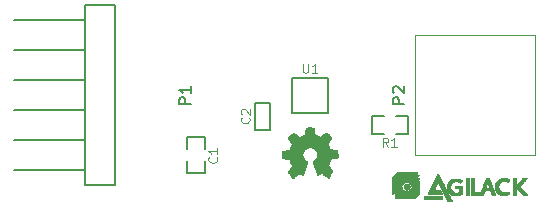
<source format=gto>
G04 #@! TF.FileFunction,Legend,Top*
%FSLAX46Y46*%
G04 Gerber Fmt 4.6, Leading zero omitted, Abs format (unit mm)*
G04 Created by KiCad (PCBNEW 4.0.2+dfsg1-stable) date ven. 15 mars 2019 11:09:51 CET*
%MOMM*%
G01*
G04 APERTURE LIST*
%ADD10C,0.100000*%
%ADD11C,0.150000*%
%ADD12C,0.127000*%
%ADD13C,0.101600*%
%ADD14C,0.027940*%
G04 APERTURE END LIST*
D10*
D11*
X123450000Y-98650000D02*
X129450000Y-98650000D01*
X123450000Y-101190000D02*
X129450000Y-101190000D01*
X123450000Y-103730000D02*
X129450000Y-103730000D01*
X123450000Y-106270000D02*
X129450000Y-106270000D01*
X123450000Y-108810000D02*
X129450000Y-108810000D01*
X123450000Y-111350000D02*
X129450000Y-111350000D01*
X131990000Y-112620000D02*
X131990000Y-97380000D01*
X131990000Y-97380000D02*
X129450000Y-97380000D01*
X129450000Y-97380000D02*
X129450000Y-112620000D01*
X131990000Y-112620000D02*
X129450000Y-112620000D01*
D12*
X139592000Y-110588000D02*
X139592000Y-111604000D01*
X139592000Y-111604000D02*
X138068000Y-111604000D01*
X138068000Y-111604000D02*
X138068000Y-110588000D01*
X138068000Y-109572000D02*
X138068000Y-108556000D01*
X138068000Y-108556000D02*
X139592000Y-108556000D01*
X139592000Y-108556000D02*
X139592000Y-109572000D01*
X145145000Y-105597000D02*
X145145000Y-107883000D01*
X145145000Y-107883000D02*
X143875000Y-107883000D01*
X143875000Y-107883000D02*
X143875000Y-105597000D01*
X143875000Y-105597000D02*
X145145000Y-105597000D01*
X154742000Y-108302000D02*
X153726000Y-108302000D01*
X153726000Y-108302000D02*
X153726000Y-106778000D01*
X153726000Y-106778000D02*
X154742000Y-106778000D01*
X155758000Y-106778000D02*
X156774000Y-106778000D01*
X156774000Y-106778000D02*
X156774000Y-108302000D01*
X156774000Y-108302000D02*
X155758000Y-108302000D01*
D13*
X167550000Y-99920000D02*
X157390000Y-99920000D01*
X157390000Y-99920000D02*
X157390000Y-110080000D01*
X157390000Y-110080000D02*
X167550000Y-110080000D01*
X167550000Y-110080000D02*
X167550000Y-99920000D01*
D14*
X148334900Y-107688600D02*
X148588900Y-107688600D01*
X148182500Y-107714000D02*
X148817500Y-107714000D01*
X148182500Y-107739400D02*
X148817500Y-107739400D01*
X148157100Y-107764800D02*
X148842900Y-107764800D01*
X148157100Y-107790200D02*
X148842900Y-107790200D01*
X148157100Y-107815600D02*
X148842900Y-107815600D01*
X148157100Y-107841000D02*
X148842900Y-107841000D01*
X148157100Y-107866400D02*
X148842900Y-107866400D01*
X148157100Y-107891800D02*
X148842900Y-107891800D01*
X148131700Y-107917200D02*
X148868300Y-107917200D01*
X148131700Y-107942600D02*
X148868300Y-107942600D01*
X148131700Y-107968000D02*
X148868300Y-107968000D01*
X148131700Y-107993400D02*
X148868300Y-107993400D01*
X148131700Y-108018800D02*
X148868300Y-108018800D01*
X148106300Y-108044200D02*
X148868300Y-108044200D01*
X148106300Y-108069600D02*
X148893700Y-108069600D01*
X148106300Y-108095000D02*
X148893700Y-108095000D01*
X148106300Y-108120400D02*
X148893700Y-108120400D01*
X148106300Y-108145800D02*
X148893700Y-108145800D01*
X147064900Y-108171200D02*
X147141100Y-108171200D01*
X148106300Y-108171200D02*
X148893700Y-108171200D01*
X149833500Y-108171200D02*
X149935100Y-108171200D01*
X147039500Y-108196600D02*
X147166500Y-108196600D01*
X148080900Y-108196600D02*
X148893700Y-108196600D01*
X149782700Y-108196600D02*
X149960500Y-108196600D01*
X147014100Y-108222000D02*
X147217300Y-108222000D01*
X148080900Y-108222000D02*
X148893700Y-108222000D01*
X149757300Y-108222000D02*
X149985900Y-108222000D01*
X146963300Y-108247400D02*
X147242700Y-108247400D01*
X148080900Y-108247400D02*
X148919100Y-108247400D01*
X149706500Y-108247400D02*
X150036700Y-108247400D01*
X146937900Y-108272800D02*
X147293500Y-108272800D01*
X148080900Y-108272800D02*
X148919100Y-108272800D01*
X149681100Y-108272800D02*
X150062100Y-108272800D01*
X146912500Y-108298200D02*
X147318900Y-108298200D01*
X148080900Y-108298200D02*
X148919100Y-108298200D01*
X149630300Y-108298200D02*
X150087500Y-108298200D01*
X146887100Y-108323600D02*
X147344300Y-108323600D01*
X148055500Y-108323600D02*
X148919100Y-108323600D01*
X149604900Y-108323600D02*
X150112900Y-108323600D01*
X146861700Y-108349000D02*
X147395100Y-108349000D01*
X147979300Y-108349000D02*
X149020700Y-108349000D01*
X149554100Y-108349000D02*
X150138300Y-108349000D01*
X146836300Y-108374400D02*
X147420500Y-108374400D01*
X147903100Y-108374400D02*
X149096900Y-108374400D01*
X149528700Y-108374400D02*
X150163700Y-108374400D01*
X146810900Y-108399800D02*
X147471300Y-108399800D01*
X147826900Y-108399800D02*
X149147700Y-108399800D01*
X149477900Y-108399800D02*
X150189100Y-108399800D01*
X146785500Y-108425200D02*
X147496700Y-108425200D01*
X147776100Y-108425200D02*
X149223900Y-108425200D01*
X149452500Y-108425200D02*
X150214500Y-108425200D01*
X146760100Y-108450600D02*
X147522100Y-108450600D01*
X147725300Y-108450600D02*
X149274700Y-108450600D01*
X149427100Y-108450600D02*
X150239900Y-108450600D01*
X146734700Y-108476000D02*
X147572900Y-108476000D01*
X147674500Y-108476000D02*
X149325500Y-108476000D01*
X149376300Y-108476000D02*
X150265300Y-108476000D01*
X146709300Y-108501400D02*
X147598300Y-108501400D01*
X147623700Y-108501400D02*
X150290700Y-108501400D01*
X146683900Y-108526800D02*
X150290700Y-108526800D01*
X146683900Y-108552200D02*
X150316100Y-108552200D01*
X146658500Y-108577600D02*
X150316100Y-108577600D01*
X146658500Y-108603000D02*
X150316100Y-108603000D01*
X146683900Y-108628400D02*
X150316100Y-108628400D01*
X146683900Y-108653800D02*
X150290700Y-108653800D01*
X146709300Y-108679200D02*
X150290700Y-108679200D01*
X146734700Y-108704600D02*
X150265300Y-108704600D01*
X146734700Y-108730000D02*
X150239900Y-108730000D01*
X146760100Y-108755400D02*
X150214500Y-108755400D01*
X146785500Y-108780800D02*
X150214500Y-108780800D01*
X146810900Y-108806200D02*
X150189100Y-108806200D01*
X146810900Y-108831600D02*
X150163700Y-108831600D01*
X146836300Y-108857000D02*
X150163700Y-108857000D01*
X146861700Y-108882400D02*
X150138300Y-108882400D01*
X146861700Y-108907800D02*
X150112900Y-108907800D01*
X146887100Y-108933200D02*
X150087500Y-108933200D01*
X146912500Y-108958600D02*
X150087500Y-108958600D01*
X146912500Y-108984000D02*
X150062100Y-108984000D01*
X146937900Y-109009400D02*
X150036700Y-109009400D01*
X146963300Y-109034800D02*
X150011300Y-109034800D01*
X146963300Y-109060200D02*
X150011300Y-109060200D01*
X146988700Y-109085600D02*
X149985900Y-109085600D01*
X146988700Y-109111000D02*
X149985900Y-109111000D01*
X146988700Y-109136400D02*
X150011300Y-109136400D01*
X146963300Y-109161800D02*
X150036700Y-109161800D01*
X146963300Y-109187200D02*
X150036700Y-109187200D01*
X146937900Y-109212600D02*
X150062100Y-109212600D01*
X146937900Y-109238000D02*
X150062100Y-109238000D01*
X146912500Y-109263400D02*
X150087500Y-109263400D01*
X146912500Y-109288800D02*
X150087500Y-109288800D01*
X146887100Y-109314200D02*
X150112900Y-109314200D01*
X146887100Y-109339600D02*
X150112900Y-109339600D01*
X146861700Y-109365000D02*
X150112900Y-109365000D01*
X146861700Y-109390400D02*
X148385700Y-109390400D01*
X148614300Y-109390400D02*
X150138300Y-109390400D01*
X146861700Y-109415800D02*
X148309500Y-109415800D01*
X148690500Y-109415800D02*
X150138300Y-109415800D01*
X146836300Y-109441200D02*
X148233300Y-109441200D01*
X148766700Y-109441200D02*
X150163700Y-109441200D01*
X146836300Y-109466600D02*
X148182500Y-109466600D01*
X148817500Y-109466600D02*
X150163700Y-109466600D01*
X146836300Y-109492000D02*
X148157100Y-109492000D01*
X148842900Y-109492000D02*
X150163700Y-109492000D01*
X146810900Y-109517400D02*
X148106300Y-109517400D01*
X148893700Y-109517400D02*
X150189100Y-109517400D01*
X146810900Y-109542800D02*
X148080900Y-109542800D01*
X148919100Y-109542800D02*
X150265300Y-109542800D01*
X146810900Y-109568200D02*
X148055500Y-109568200D01*
X148944500Y-109568200D02*
X150417700Y-109568200D01*
X146785500Y-109593600D02*
X148030100Y-109593600D01*
X148969900Y-109593600D02*
X150544700Y-109593600D01*
X146633100Y-109619000D02*
X148004700Y-109619000D01*
X148995300Y-109619000D02*
X150697100Y-109619000D01*
X146480700Y-109644400D02*
X148004700Y-109644400D01*
X148995300Y-109644400D02*
X150798700Y-109644400D01*
X146328300Y-109669800D02*
X147979300Y-109669800D01*
X149020700Y-109669800D02*
X150798700Y-109669800D01*
X146201300Y-109695200D02*
X147953900Y-109695200D01*
X149046100Y-109695200D02*
X150824100Y-109695200D01*
X146175900Y-109720600D02*
X147953900Y-109720600D01*
X149046100Y-109720600D02*
X150824100Y-109720600D01*
X146175900Y-109746000D02*
X147928500Y-109746000D01*
X149071500Y-109746000D02*
X150824100Y-109746000D01*
X146175900Y-109771400D02*
X147928500Y-109771400D01*
X149071500Y-109771400D02*
X150824100Y-109771400D01*
X146175900Y-109796800D02*
X147903100Y-109796800D01*
X149096900Y-109796800D02*
X150824100Y-109796800D01*
X146175900Y-109822200D02*
X147903100Y-109822200D01*
X149096900Y-109822200D02*
X150824100Y-109822200D01*
X146175900Y-109847600D02*
X147903100Y-109847600D01*
X149096900Y-109847600D02*
X150824100Y-109847600D01*
X146175900Y-109873000D02*
X147903100Y-109873000D01*
X149122300Y-109873000D02*
X150824100Y-109873000D01*
X146175900Y-109898400D02*
X147877700Y-109898400D01*
X149122300Y-109898400D02*
X150824100Y-109898400D01*
X146175900Y-109923800D02*
X147877700Y-109923800D01*
X149122300Y-109923800D02*
X150849500Y-109923800D01*
X146150500Y-109949200D02*
X147877700Y-109949200D01*
X149122300Y-109949200D02*
X150849500Y-109949200D01*
X146150500Y-109974600D02*
X147877700Y-109974600D01*
X149122300Y-109974600D02*
X150849500Y-109974600D01*
X146150500Y-110000000D02*
X147877700Y-110000000D01*
X149122300Y-110000000D02*
X150849500Y-110000000D01*
X146150500Y-110025400D02*
X147877700Y-110025400D01*
X149122300Y-110025400D02*
X150849500Y-110025400D01*
X146150500Y-110050800D02*
X147877700Y-110050800D01*
X149122300Y-110050800D02*
X150849500Y-110050800D01*
X146150500Y-110076200D02*
X147877700Y-110076200D01*
X149122300Y-110076200D02*
X150849500Y-110076200D01*
X146150500Y-110101600D02*
X147877700Y-110101600D01*
X149122300Y-110101600D02*
X150849500Y-110101600D01*
X146150500Y-110127000D02*
X147877700Y-110127000D01*
X149122300Y-110127000D02*
X150849500Y-110127000D01*
X146150500Y-110152400D02*
X147903100Y-110152400D01*
X149122300Y-110152400D02*
X150849500Y-110152400D01*
X146175900Y-110177800D02*
X147903100Y-110177800D01*
X149096900Y-110177800D02*
X150849500Y-110177800D01*
X146175900Y-110203200D02*
X147903100Y-110203200D01*
X149096900Y-110203200D02*
X150824100Y-110203200D01*
X146175900Y-110228600D02*
X147928500Y-110228600D01*
X149096900Y-110228600D02*
X150824100Y-110228600D01*
X146175900Y-110254000D02*
X147928500Y-110254000D01*
X149071500Y-110254000D02*
X150824100Y-110254000D01*
X146175900Y-110279400D02*
X147928500Y-110279400D01*
X149071500Y-110279400D02*
X150798700Y-110279400D01*
X146175900Y-110304800D02*
X147953900Y-110304800D01*
X149046100Y-110304800D02*
X150646300Y-110304800D01*
X146277500Y-110330200D02*
X147979300Y-110330200D01*
X149046100Y-110330200D02*
X150493900Y-110330200D01*
X146404500Y-110355600D02*
X147979300Y-110355600D01*
X149020700Y-110355600D02*
X150316100Y-110355600D01*
X146556900Y-110381000D02*
X148004700Y-110381000D01*
X148995300Y-110381000D02*
X150214500Y-110381000D01*
X146683900Y-110406400D02*
X148030100Y-110406400D01*
X148969900Y-110406400D02*
X150214500Y-110406400D01*
X146785500Y-110431800D02*
X148055500Y-110431800D01*
X148969900Y-110431800D02*
X150214500Y-110431800D01*
X146810900Y-110457200D02*
X148055500Y-110457200D01*
X148944500Y-110457200D02*
X150189100Y-110457200D01*
X146810900Y-110482600D02*
X148106300Y-110482600D01*
X148893700Y-110482600D02*
X150189100Y-110482600D01*
X146810900Y-110508000D02*
X148131700Y-110508000D01*
X148868300Y-110508000D02*
X150189100Y-110508000D01*
X146810900Y-110533400D02*
X148157100Y-110533400D01*
X148842900Y-110533400D02*
X150189100Y-110533400D01*
X146836300Y-110558800D02*
X148207900Y-110558800D01*
X148792100Y-110558800D02*
X150163700Y-110558800D01*
X146836300Y-110584200D02*
X148258700Y-110584200D01*
X148741300Y-110584200D02*
X150163700Y-110584200D01*
X146836300Y-110609600D02*
X148284100Y-110609600D01*
X148741300Y-110609600D02*
X150163700Y-110609600D01*
X146861700Y-110635000D02*
X148284100Y-110635000D01*
X148741300Y-110635000D02*
X150138300Y-110635000D01*
X146861700Y-110660400D02*
X148284100Y-110660400D01*
X148741300Y-110660400D02*
X150138300Y-110660400D01*
X146861700Y-110685800D02*
X148258700Y-110685800D01*
X148766700Y-110685800D02*
X150112900Y-110685800D01*
X146887100Y-110711200D02*
X148258700Y-110711200D01*
X148766700Y-110711200D02*
X150112900Y-110711200D01*
X146887100Y-110736600D02*
X148258700Y-110736600D01*
X148766700Y-110736600D02*
X150112900Y-110736600D01*
X146912500Y-110762000D02*
X148233300Y-110762000D01*
X148792100Y-110762000D02*
X150087500Y-110762000D01*
X146912500Y-110787400D02*
X148233300Y-110787400D01*
X148792100Y-110787400D02*
X150087500Y-110787400D01*
X146937900Y-110812800D02*
X148207900Y-110812800D01*
X148817500Y-110812800D02*
X150062100Y-110812800D01*
X146937900Y-110838200D02*
X148207900Y-110838200D01*
X148817500Y-110838200D02*
X150062100Y-110838200D01*
X146963300Y-110863600D02*
X148207900Y-110863600D01*
X148817500Y-110863600D02*
X150036700Y-110863600D01*
X146963300Y-110889000D02*
X148182500Y-110889000D01*
X148842900Y-110889000D02*
X150062100Y-110889000D01*
X146988700Y-110914400D02*
X148182500Y-110914400D01*
X148842900Y-110914400D02*
X150062100Y-110914400D01*
X146988700Y-110939800D02*
X148182500Y-110939800D01*
X148868300Y-110939800D02*
X150087500Y-110939800D01*
X146988700Y-110965200D02*
X148157100Y-110965200D01*
X148868300Y-110965200D02*
X150112900Y-110965200D01*
X146988700Y-110990600D02*
X148157100Y-110990600D01*
X148868300Y-110990600D02*
X150138300Y-110990600D01*
X146963300Y-111016000D02*
X148157100Y-111016000D01*
X148893700Y-111016000D02*
X150138300Y-111016000D01*
X146937900Y-111041400D02*
X148131700Y-111041400D01*
X148893700Y-111041400D02*
X150163700Y-111041400D01*
X146912500Y-111066800D02*
X148131700Y-111066800D01*
X148893700Y-111066800D02*
X150189100Y-111066800D01*
X146912500Y-111092200D02*
X148131700Y-111092200D01*
X148919100Y-111092200D02*
X150189100Y-111092200D01*
X146887100Y-111117600D02*
X148106300Y-111117600D01*
X148919100Y-111117600D02*
X150214500Y-111117600D01*
X146861700Y-111143000D02*
X148106300Y-111143000D01*
X148944500Y-111143000D02*
X150239900Y-111143000D01*
X146836300Y-111168400D02*
X148106300Y-111168400D01*
X148944500Y-111168400D02*
X150239900Y-111168400D01*
X146836300Y-111193800D02*
X148080900Y-111193800D01*
X148944500Y-111193800D02*
X150265300Y-111193800D01*
X146810900Y-111219200D02*
X148080900Y-111219200D01*
X148969900Y-111219200D02*
X150290700Y-111219200D01*
X146785500Y-111244600D02*
X148055500Y-111244600D01*
X148969900Y-111244600D02*
X150290700Y-111244600D01*
X146785500Y-111270000D02*
X148055500Y-111270000D01*
X148995300Y-111270000D02*
X150316100Y-111270000D01*
X146760100Y-111295400D02*
X148055500Y-111295400D01*
X148995300Y-111295400D02*
X150341500Y-111295400D01*
X146734700Y-111320800D02*
X148030100Y-111320800D01*
X148995300Y-111320800D02*
X150366900Y-111320800D01*
X146709300Y-111346200D02*
X148030100Y-111346200D01*
X149020700Y-111346200D02*
X150366900Y-111346200D01*
X146709300Y-111371600D02*
X148030100Y-111371600D01*
X149020700Y-111371600D02*
X150392300Y-111371600D01*
X146683900Y-111397000D02*
X148004700Y-111397000D01*
X149046100Y-111397000D02*
X150392300Y-111397000D01*
X146658500Y-111422400D02*
X148004700Y-111422400D01*
X149046100Y-111422400D02*
X150392300Y-111422400D01*
X146658500Y-111447800D02*
X148004700Y-111447800D01*
X149046100Y-111447800D02*
X150366900Y-111447800D01*
X146658500Y-111473200D02*
X147979300Y-111473200D01*
X149071500Y-111473200D02*
X150341500Y-111473200D01*
X146658500Y-111498600D02*
X147979300Y-111498600D01*
X149071500Y-111498600D02*
X150316100Y-111498600D01*
X146683900Y-111524000D02*
X147979300Y-111524000D01*
X149071500Y-111524000D02*
X150290700Y-111524000D01*
X146709300Y-111549400D02*
X147953900Y-111549400D01*
X149096900Y-111549400D02*
X150290700Y-111549400D01*
X146734700Y-111574800D02*
X147953900Y-111574800D01*
X149096900Y-111574800D02*
X149452500Y-111574800D01*
X149503300Y-111574800D02*
X150265300Y-111574800D01*
X146760100Y-111600200D02*
X147953900Y-111600200D01*
X149122300Y-111600200D02*
X149376300Y-111600200D01*
X149579500Y-111600200D02*
X150239900Y-111600200D01*
X146785500Y-111625600D02*
X147547500Y-111625600D01*
X147674500Y-111625600D02*
X147928500Y-111625600D01*
X149122300Y-111625600D02*
X149325500Y-111625600D01*
X149604900Y-111625600D02*
X150214500Y-111625600D01*
X146810900Y-111651000D02*
X147496700Y-111651000D01*
X147750700Y-111651000D02*
X147928500Y-111651000D01*
X149122300Y-111651000D02*
X149274700Y-111651000D01*
X149630300Y-111651000D02*
X150189100Y-111651000D01*
X146836300Y-111676400D02*
X147445900Y-111676400D01*
X147801500Y-111676400D02*
X147903100Y-111676400D01*
X149147700Y-111676400D02*
X149223900Y-111676400D01*
X149655700Y-111676400D02*
X150214500Y-111676400D01*
X146861700Y-111701800D02*
X147420500Y-111701800D01*
X147852300Y-111701800D02*
X147903100Y-111701800D01*
X149147700Y-111701800D02*
X149173100Y-111701800D01*
X149655700Y-111701800D02*
X150214500Y-111701800D01*
X146887100Y-111727200D02*
X147369700Y-111727200D01*
X149706500Y-111727200D02*
X150214500Y-111727200D01*
X146912500Y-111752600D02*
X147344300Y-111752600D01*
X149731900Y-111752600D02*
X150214500Y-111752600D01*
X146912500Y-111778000D02*
X147293500Y-111778000D01*
X149757300Y-111778000D02*
X150214500Y-111778000D01*
X146912500Y-111803400D02*
X147268100Y-111803400D01*
X149808100Y-111803400D02*
X150214500Y-111803400D01*
X146912500Y-111828800D02*
X147242700Y-111828800D01*
X149858900Y-111828800D02*
X150189100Y-111828800D01*
X146937900Y-111854200D02*
X147217300Y-111854200D01*
X149909700Y-111854200D02*
X150189100Y-111854200D01*
X146937900Y-111879600D02*
X147191900Y-111879600D01*
X149935100Y-111879600D02*
X150163700Y-111879600D01*
X146963300Y-111905000D02*
X147191900Y-111905000D01*
X149960500Y-111905000D02*
X150163700Y-111905000D01*
X146988700Y-111930400D02*
X147166500Y-111930400D01*
X149985900Y-111930400D02*
X150138300Y-111930400D01*
X147014100Y-111955800D02*
X147166500Y-111955800D01*
X150011300Y-111955800D02*
X150112900Y-111955800D01*
X147039500Y-111981200D02*
X147141100Y-111981200D01*
X150036700Y-111981200D02*
X150087500Y-111981200D01*
X147064900Y-112006600D02*
X147141100Y-112006600D01*
X155936440Y-111464920D02*
X157587440Y-111464920D01*
X155911040Y-111490320D02*
X157587440Y-111490320D01*
X155885640Y-111515720D02*
X157587440Y-111515720D01*
X155860240Y-111541120D02*
X157587440Y-111541120D01*
X155834840Y-111566520D02*
X157587440Y-111566520D01*
X155809440Y-111591920D02*
X157587440Y-111591920D01*
X155784040Y-111617320D02*
X157587440Y-111617320D01*
X159314640Y-111617320D02*
X159340040Y-111617320D01*
X155758640Y-111642720D02*
X156063440Y-111642720D01*
X159289240Y-111642720D02*
X159365440Y-111642720D01*
X155733240Y-111668120D02*
X156038040Y-111668120D01*
X159289240Y-111668120D02*
X159365440Y-111668120D01*
X155707840Y-111693520D02*
X156012640Y-111693520D01*
X159263840Y-111693520D02*
X159390840Y-111693520D01*
X155682440Y-111718920D02*
X155987240Y-111718920D01*
X156063440Y-111718920D02*
X157739840Y-111718920D01*
X159263840Y-111718920D02*
X159390840Y-111718920D01*
X155657040Y-111744320D02*
X155961840Y-111744320D01*
X156038040Y-111744320D02*
X157739840Y-111744320D01*
X159238440Y-111744320D02*
X159416240Y-111744320D01*
X155631640Y-111769720D02*
X155936440Y-111769720D01*
X156012640Y-111769720D02*
X157689040Y-111769720D01*
X159238440Y-111769720D02*
X159416240Y-111769720D01*
X155606240Y-111795120D02*
X155911040Y-111795120D01*
X155987240Y-111795120D02*
X157663640Y-111795120D01*
X159213040Y-111795120D02*
X159441640Y-111795120D01*
X155580840Y-111820520D02*
X155885640Y-111820520D01*
X155961840Y-111820520D02*
X157638240Y-111820520D01*
X159213040Y-111820520D02*
X159441640Y-111820520D01*
X155555440Y-111845920D02*
X155860240Y-111845920D01*
X155936440Y-111845920D02*
X157612840Y-111845920D01*
X159187640Y-111845920D02*
X159467040Y-111845920D01*
X155530040Y-111871320D02*
X155834840Y-111871320D01*
X155911040Y-111871320D02*
X157587440Y-111871320D01*
X159187640Y-111871320D02*
X159467040Y-111871320D01*
X155504640Y-111896720D02*
X155809440Y-111896720D01*
X155885640Y-111896720D02*
X157562040Y-111896720D01*
X159162240Y-111896720D02*
X159492440Y-111896720D01*
X155479240Y-111922120D02*
X155784040Y-111922120D01*
X155860240Y-111922120D02*
X157536640Y-111922120D01*
X159162240Y-111922120D02*
X159492440Y-111922120D01*
X155453840Y-111947520D02*
X155758640Y-111947520D01*
X155834840Y-111947520D02*
X157511240Y-111947520D01*
X157663640Y-111947520D02*
X157739840Y-111947520D01*
X159136840Y-111947520D02*
X159517840Y-111947520D01*
X155428440Y-111972920D02*
X155733240Y-111972920D01*
X155809440Y-111972920D02*
X157485840Y-111972920D01*
X157663640Y-111972920D02*
X157739840Y-111972920D01*
X159136840Y-111972920D02*
X159517840Y-111972920D01*
X155428440Y-111998320D02*
X155710000Y-111998320D01*
X155784040Y-111998320D02*
X157460440Y-111998320D01*
X157612840Y-111998320D02*
X157739840Y-111998320D01*
X159111440Y-111998320D02*
X159543240Y-111998320D01*
X155428440Y-112023720D02*
X155680000Y-112023720D01*
X155758640Y-112023720D02*
X157435040Y-112023720D01*
X157587440Y-112023720D02*
X157739840Y-112023720D01*
X159111440Y-112023720D02*
X159543240Y-112023720D01*
X161702240Y-112023720D02*
X161956240Y-112023720D01*
X162134040Y-112023720D02*
X162388040Y-112023720D01*
X163404040Y-112023720D02*
X163683440Y-112023720D01*
X164699440Y-112023720D02*
X165156640Y-112023720D01*
X165715440Y-112023720D02*
X165969440Y-112023720D01*
X166502840Y-112023720D02*
X166858440Y-112023720D01*
X155428440Y-112049120D02*
X155657040Y-112049120D01*
X155733240Y-112049120D02*
X157409640Y-112049120D01*
X157562040Y-112049120D02*
X157739840Y-112049120D01*
X159086040Y-112049120D02*
X159568640Y-112049120D01*
X160635440Y-112049120D02*
X161067240Y-112049120D01*
X161702240Y-112049120D02*
X161956240Y-112049120D01*
X162134040Y-112049120D02*
X162388040Y-112049120D01*
X163378640Y-112049120D02*
X163683440Y-112049120D01*
X164623240Y-112049120D02*
X165258240Y-112049120D01*
X165715440Y-112049120D02*
X165969440Y-112049120D01*
X166477440Y-112049120D02*
X166833040Y-112049120D01*
X155428440Y-112074520D02*
X155640000Y-112074520D01*
X155707840Y-112074520D02*
X157384240Y-112074520D01*
X157536640Y-112074520D02*
X157739840Y-112074520D01*
X159086040Y-112074520D02*
X159568640Y-112074520D01*
X160533840Y-112074520D02*
X161143440Y-112074520D01*
X161702240Y-112074520D02*
X161956240Y-112074520D01*
X162134040Y-112074520D02*
X162388040Y-112074520D01*
X163378640Y-112074520D02*
X163708840Y-112074520D01*
X164572440Y-112074520D02*
X165309040Y-112074520D01*
X165715440Y-112074520D02*
X165969440Y-112074520D01*
X166452040Y-112074520D02*
X166807640Y-112074520D01*
X155428440Y-112099920D02*
X155620000Y-112099920D01*
X155682440Y-112099920D02*
X157358840Y-112099920D01*
X157511240Y-112099920D02*
X157739840Y-112099920D01*
X159060640Y-112099920D02*
X159594040Y-112099920D01*
X160483040Y-112099920D02*
X161219640Y-112099920D01*
X161702240Y-112099920D02*
X161956240Y-112099920D01*
X162134040Y-112099920D02*
X162388040Y-112099920D01*
X163378640Y-112099920D02*
X163708840Y-112099920D01*
X164521640Y-112099920D02*
X165359840Y-112099920D01*
X165715440Y-112099920D02*
X165969440Y-112099920D01*
X166426640Y-112099920D02*
X166782240Y-112099920D01*
X155428440Y-112125320D02*
X155606240Y-112125320D01*
X155682440Y-112125320D02*
X157333440Y-112125320D01*
X157485840Y-112125320D02*
X157689040Y-112125320D01*
X159060640Y-112125320D02*
X159594040Y-112125320D01*
X160432240Y-112125320D02*
X161270440Y-112125320D01*
X161702240Y-112125320D02*
X161956240Y-112125320D01*
X162134040Y-112125320D02*
X162388040Y-112125320D01*
X163353240Y-112125320D02*
X163708840Y-112125320D01*
X164470840Y-112125320D02*
X165359840Y-112125320D01*
X165715440Y-112125320D02*
X165969440Y-112125320D01*
X166401240Y-112125320D02*
X166756840Y-112125320D01*
X155428440Y-112150720D02*
X155606240Y-112150720D01*
X155682440Y-112150720D02*
X157308040Y-112150720D01*
X157460440Y-112150720D02*
X157663640Y-112150720D01*
X159035240Y-112150720D02*
X159619440Y-112150720D01*
X160406840Y-112150720D02*
X161321240Y-112150720D01*
X161702240Y-112150720D02*
X161956240Y-112150720D01*
X162134040Y-112150720D02*
X162388040Y-112150720D01*
X163353240Y-112150720D02*
X163734240Y-112150720D01*
X164445440Y-112150720D02*
X165359840Y-112150720D01*
X165715440Y-112150720D02*
X165969440Y-112150720D01*
X166375840Y-112150720D02*
X166731440Y-112150720D01*
X155428440Y-112176120D02*
X155606240Y-112176120D01*
X155682440Y-112176120D02*
X157282640Y-112176120D01*
X157435040Y-112176120D02*
X157638240Y-112176120D01*
X159035240Y-112176120D02*
X159619440Y-112176120D01*
X160356040Y-112176120D02*
X161346640Y-112176120D01*
X161702240Y-112176120D02*
X161956240Y-112176120D01*
X162134040Y-112176120D02*
X162388040Y-112176120D01*
X163353240Y-112176120D02*
X163734240Y-112176120D01*
X164394640Y-112176120D02*
X165334440Y-112176120D01*
X165715440Y-112176120D02*
X165969440Y-112176120D01*
X166350440Y-112176120D02*
X166706040Y-112176120D01*
X155428440Y-112201520D02*
X155606240Y-112201520D01*
X155682440Y-112201520D02*
X157257240Y-112201520D01*
X157409640Y-112201520D02*
X157612840Y-112201520D01*
X159009840Y-112201520D02*
X159644840Y-112201520D01*
X160330640Y-112201520D02*
X161346640Y-112201520D01*
X161702240Y-112201520D02*
X161956240Y-112201520D01*
X162134040Y-112201520D02*
X162388040Y-112201520D01*
X163327840Y-112201520D02*
X163759640Y-112201520D01*
X164369240Y-112201520D02*
X165334440Y-112201520D01*
X165715440Y-112201520D02*
X165969440Y-112201520D01*
X166350440Y-112201520D02*
X166680640Y-112201520D01*
X155428440Y-112226920D02*
X155606240Y-112226920D01*
X155682440Y-112226920D02*
X157231840Y-112226920D01*
X157384240Y-112226920D02*
X157587440Y-112226920D01*
X159009840Y-112226920D02*
X159644840Y-112226920D01*
X160305240Y-112226920D02*
X161346640Y-112226920D01*
X161702240Y-112226920D02*
X161956240Y-112226920D01*
X162134040Y-112226920D02*
X162388040Y-112226920D01*
X163327840Y-112226920D02*
X163759640Y-112226920D01*
X164343840Y-112226920D02*
X165309040Y-112226920D01*
X165715440Y-112226920D02*
X165969440Y-112226920D01*
X166325040Y-112226920D02*
X166655240Y-112226920D01*
X155428440Y-112252320D02*
X155606240Y-112252320D01*
X155682440Y-112252320D02*
X157206440Y-112252320D01*
X157358840Y-112252320D02*
X157562040Y-112252320D01*
X157689040Y-112252320D02*
X157739840Y-112252320D01*
X158984440Y-112252320D02*
X159670240Y-112252320D01*
X160279840Y-112252320D02*
X161321240Y-112252320D01*
X161702240Y-112252320D02*
X161956240Y-112252320D01*
X162134040Y-112252320D02*
X162388040Y-112252320D01*
X163327840Y-112252320D02*
X163759640Y-112252320D01*
X164343840Y-112252320D02*
X165309040Y-112252320D01*
X165715440Y-112252320D02*
X165969440Y-112252320D01*
X166299640Y-112252320D02*
X166629840Y-112252320D01*
X155428440Y-112277720D02*
X155606240Y-112277720D01*
X155682440Y-112277720D02*
X157181040Y-112277720D01*
X157333440Y-112277720D02*
X157536640Y-112277720D01*
X157663640Y-112277720D02*
X157739840Y-112277720D01*
X158984440Y-112277720D02*
X159670240Y-112277720D01*
X160254440Y-112277720D02*
X161295840Y-112277720D01*
X161702240Y-112277720D02*
X161956240Y-112277720D01*
X162134040Y-112277720D02*
X162388040Y-112277720D01*
X163302440Y-112277720D02*
X163785040Y-112277720D01*
X164318440Y-112277720D02*
X164775640Y-112277720D01*
X165131240Y-112277720D02*
X165309040Y-112277720D01*
X165715440Y-112277720D02*
X165969440Y-112277720D01*
X166274240Y-112277720D02*
X166604440Y-112277720D01*
X155428440Y-112303120D02*
X155606240Y-112303120D01*
X155682440Y-112303120D02*
X157155640Y-112303120D01*
X157308040Y-112303120D02*
X157511240Y-112303120D01*
X157638240Y-112303120D02*
X157739840Y-112303120D01*
X158959040Y-112303120D02*
X159314640Y-112303120D01*
X159340040Y-112303120D02*
X159695640Y-112303120D01*
X160254440Y-112303120D02*
X160711640Y-112303120D01*
X161016440Y-112303120D02*
X161295840Y-112303120D01*
X161702240Y-112303120D02*
X161956240Y-112303120D01*
X162134040Y-112303120D02*
X162388040Y-112303120D01*
X163302440Y-112303120D02*
X163785040Y-112303120D01*
X164293040Y-112303120D02*
X164724840Y-112303120D01*
X165207440Y-112303120D02*
X165283640Y-112303120D01*
X165715440Y-112303120D02*
X165969440Y-112303120D01*
X166248840Y-112303120D02*
X166579040Y-112303120D01*
X155428440Y-112328520D02*
X155606240Y-112328520D01*
X155682440Y-112328520D02*
X156596840Y-112328520D01*
X156800040Y-112328520D02*
X157130240Y-112328520D01*
X157282640Y-112328520D02*
X157485840Y-112328520D01*
X157612840Y-112328520D02*
X157739840Y-112328520D01*
X158959040Y-112328520D02*
X159314640Y-112328520D01*
X159340040Y-112328520D02*
X159695640Y-112328520D01*
X160229040Y-112328520D02*
X160635440Y-112328520D01*
X161118040Y-112328520D02*
X161270440Y-112328520D01*
X161702240Y-112328520D02*
X161956240Y-112328520D01*
X162134040Y-112328520D02*
X162388040Y-112328520D01*
X163277040Y-112328520D02*
X163785040Y-112328520D01*
X164267640Y-112328520D02*
X164674040Y-112328520D01*
X165715440Y-112328520D02*
X165969440Y-112328520D01*
X166223440Y-112328520D02*
X166579040Y-112328520D01*
X155428440Y-112353920D02*
X155606240Y-112353920D01*
X155682440Y-112353920D02*
X156520640Y-112353920D01*
X156876240Y-112353920D02*
X157104840Y-112353920D01*
X157257240Y-112353920D02*
X157460440Y-112353920D01*
X157587440Y-112353920D02*
X157739840Y-112353920D01*
X158933640Y-112353920D02*
X159289240Y-112353920D01*
X159365440Y-112353920D02*
X159721040Y-112353920D01*
X160203640Y-112353920D02*
X160610040Y-112353920D01*
X161168840Y-112353920D02*
X161270440Y-112353920D01*
X161702240Y-112353920D02*
X161956240Y-112353920D01*
X162134040Y-112353920D02*
X162388040Y-112353920D01*
X163277040Y-112353920D02*
X163810440Y-112353920D01*
X164267640Y-112353920D02*
X164623240Y-112353920D01*
X165715440Y-112353920D02*
X165969440Y-112353920D01*
X166198040Y-112353920D02*
X166553640Y-112353920D01*
X155428440Y-112379320D02*
X155606240Y-112379320D01*
X155682440Y-112379320D02*
X156495240Y-112379320D01*
X156927040Y-112379320D02*
X157079440Y-112379320D01*
X157231840Y-112379320D02*
X157435040Y-112379320D01*
X157562040Y-112379320D02*
X157739840Y-112379320D01*
X158933640Y-112379320D02*
X159289240Y-112379320D01*
X159365440Y-112379320D02*
X159721040Y-112379320D01*
X160203640Y-112379320D02*
X160559240Y-112379320D01*
X161219640Y-112379320D02*
X161245040Y-112379320D01*
X161702240Y-112379320D02*
X161956240Y-112379320D01*
X162134040Y-112379320D02*
X162388040Y-112379320D01*
X163277040Y-112379320D02*
X163531040Y-112379320D01*
X163556440Y-112379320D02*
X163810440Y-112379320D01*
X164242240Y-112379320D02*
X164597840Y-112379320D01*
X165715440Y-112379320D02*
X165969440Y-112379320D01*
X166172640Y-112379320D02*
X166528240Y-112379320D01*
X155428440Y-112404720D02*
X155606240Y-112404720D01*
X155682440Y-112404720D02*
X156444440Y-112404720D01*
X156952440Y-112404720D02*
X157054040Y-112404720D01*
X157206440Y-112404720D02*
X157409640Y-112404720D01*
X157536640Y-112404720D02*
X157739840Y-112404720D01*
X158908240Y-112404720D02*
X159263840Y-112404720D01*
X159390840Y-112404720D02*
X159746440Y-112404720D01*
X160178240Y-112404720D02*
X160533840Y-112404720D01*
X161702240Y-112404720D02*
X161956240Y-112404720D01*
X162134040Y-112404720D02*
X162388040Y-112404720D01*
X163251640Y-112404720D02*
X163505640Y-112404720D01*
X163556440Y-112404720D02*
X163835840Y-112404720D01*
X164242240Y-112404720D02*
X164572440Y-112404720D01*
X165715440Y-112404720D02*
X165969440Y-112404720D01*
X166172640Y-112404720D02*
X166502840Y-112404720D01*
X155428440Y-112430120D02*
X155606240Y-112430120D01*
X155682440Y-112430120D02*
X156419040Y-112430120D01*
X156977840Y-112430120D02*
X157028640Y-112430120D01*
X157181040Y-112430120D02*
X157384240Y-112430120D01*
X157511240Y-112430120D02*
X157739840Y-112430120D01*
X158908240Y-112430120D02*
X159263840Y-112430120D01*
X159390840Y-112430120D02*
X159746440Y-112430120D01*
X160178240Y-112430120D02*
X160508440Y-112430120D01*
X161702240Y-112430120D02*
X161956240Y-112430120D01*
X162134040Y-112430120D02*
X162388040Y-112430120D01*
X163251640Y-112430120D02*
X163505640Y-112430120D01*
X163556440Y-112430120D02*
X163835840Y-112430120D01*
X164216840Y-112430120D02*
X164547040Y-112430120D01*
X165715440Y-112430120D02*
X165969440Y-112430120D01*
X166147240Y-112430120D02*
X166477440Y-112430120D01*
X155428440Y-112455520D02*
X155606240Y-112455520D01*
X155682440Y-112455520D02*
X156393640Y-112455520D01*
X156622240Y-112455520D02*
X156800040Y-112455520D01*
X157003240Y-112455520D02*
X157028640Y-112455520D01*
X157155640Y-112455520D02*
X157358840Y-112455520D01*
X157485840Y-112455520D02*
X157739840Y-112455520D01*
X158882840Y-112455520D02*
X159263840Y-112455520D01*
X159416240Y-112455520D02*
X159771840Y-112455520D01*
X160152840Y-112455520D02*
X160483040Y-112455520D01*
X161702240Y-112455520D02*
X161956240Y-112455520D01*
X162134040Y-112455520D02*
X162388040Y-112455520D01*
X163251640Y-112455520D02*
X163505640Y-112455520D01*
X163581840Y-112455520D02*
X163835840Y-112455520D01*
X164216840Y-112455520D02*
X164547040Y-112455520D01*
X165715440Y-112455520D02*
X165969440Y-112455520D01*
X166121840Y-112455520D02*
X166452040Y-112455520D01*
X155428440Y-112480920D02*
X155606240Y-112480920D01*
X155682440Y-112480920D02*
X156368240Y-112480920D01*
X156571440Y-112480920D02*
X156850840Y-112480920D01*
X157130240Y-112480920D02*
X157333440Y-112480920D01*
X157460440Y-112480920D02*
X157739840Y-112480920D01*
X158882840Y-112480920D02*
X159238440Y-112480920D01*
X159416240Y-112480920D02*
X159771840Y-112480920D01*
X160152840Y-112480920D02*
X160457640Y-112480920D01*
X161702240Y-112480920D02*
X161956240Y-112480920D01*
X162134040Y-112480920D02*
X162388040Y-112480920D01*
X163226240Y-112480920D02*
X163480240Y-112480920D01*
X163581840Y-112480920D02*
X163861240Y-112480920D01*
X164216840Y-112480920D02*
X164521640Y-112480920D01*
X165715440Y-112480920D02*
X165969440Y-112480920D01*
X166096440Y-112480920D02*
X166426640Y-112480920D01*
X155428440Y-112506320D02*
X155606240Y-112506320D01*
X155682440Y-112506320D02*
X156342840Y-112506320D01*
X156546040Y-112506320D02*
X156876240Y-112506320D01*
X157104840Y-112506320D02*
X157308040Y-112506320D01*
X157435040Y-112506320D02*
X157739840Y-112506320D01*
X158857440Y-112506320D02*
X159238440Y-112506320D01*
X159441640Y-112506320D02*
X159797240Y-112506320D01*
X160152840Y-112506320D02*
X160457640Y-112506320D01*
X161702240Y-112506320D02*
X161956240Y-112506320D01*
X162134040Y-112506320D02*
X162388040Y-112506320D01*
X163226240Y-112506320D02*
X163480240Y-112506320D01*
X163581840Y-112506320D02*
X163861240Y-112506320D01*
X164216840Y-112506320D02*
X164521640Y-112506320D01*
X165715440Y-112506320D02*
X165969440Y-112506320D01*
X166071040Y-112506320D02*
X166401240Y-112506320D01*
X155428440Y-112531720D02*
X155606240Y-112531720D01*
X155682440Y-112531720D02*
X156317440Y-112531720D01*
X156520640Y-112531720D02*
X156901640Y-112531720D01*
X157104840Y-112531720D02*
X157282640Y-112531720D01*
X157409640Y-112531720D02*
X157739840Y-112531720D01*
X158857440Y-112531720D02*
X159213040Y-112531720D01*
X159441640Y-112531720D02*
X159822640Y-112531720D01*
X160152840Y-112531720D02*
X160432240Y-112531720D01*
X161702240Y-112531720D02*
X161956240Y-112531720D01*
X162134040Y-112531720D02*
X162388040Y-112531720D01*
X163200840Y-112531720D02*
X163480240Y-112531720D01*
X163607240Y-112531720D02*
X163861240Y-112531720D01*
X164191440Y-112531720D02*
X164496240Y-112531720D01*
X165715440Y-112531720D02*
X165969440Y-112531720D01*
X166045640Y-112531720D02*
X166375840Y-112531720D01*
X155428440Y-112557120D02*
X155606240Y-112557120D01*
X155682440Y-112557120D02*
X156292040Y-112557120D01*
X156495240Y-112557120D02*
X156927040Y-112557120D01*
X157104840Y-112557120D02*
X157257240Y-112557120D01*
X157384240Y-112557120D02*
X157739840Y-112557120D01*
X158832040Y-112557120D02*
X159213040Y-112557120D01*
X159467040Y-112557120D02*
X159822640Y-112557120D01*
X160127440Y-112557120D02*
X160432240Y-112557120D01*
X161702240Y-112557120D02*
X161956240Y-112557120D01*
X162134040Y-112557120D02*
X162388040Y-112557120D01*
X163200840Y-112557120D02*
X163454840Y-112557120D01*
X163607240Y-112557120D02*
X163886640Y-112557120D01*
X164191440Y-112557120D02*
X164496240Y-112557120D01*
X165715440Y-112557120D02*
X165969440Y-112557120D01*
X166020240Y-112557120D02*
X166350440Y-112557120D01*
X155428440Y-112582520D02*
X155606240Y-112582520D01*
X155682440Y-112582520D02*
X156266640Y-112582520D01*
X156495240Y-112582520D02*
X156927040Y-112582520D01*
X157104840Y-112582520D02*
X157206440Y-112582520D01*
X157358840Y-112582520D02*
X157739840Y-112582520D01*
X158832040Y-112582520D02*
X159187640Y-112582520D01*
X159467040Y-112582520D02*
X159848040Y-112582520D01*
X160127440Y-112582520D02*
X160432240Y-112582520D01*
X161702240Y-112582520D02*
X161956240Y-112582520D01*
X162134040Y-112582520D02*
X162388040Y-112582520D01*
X163200840Y-112582520D02*
X163454840Y-112582520D01*
X163607240Y-112582520D02*
X163886640Y-112582520D01*
X164191440Y-112582520D02*
X164470840Y-112582520D01*
X165715440Y-112582520D02*
X165969440Y-112582520D01*
X165994840Y-112582520D02*
X166325040Y-112582520D01*
X155428440Y-112607920D02*
X155606240Y-112607920D01*
X155682440Y-112607920D02*
X156241240Y-112607920D01*
X156469840Y-112607920D02*
X156927040Y-112607920D01*
X157104840Y-112607920D02*
X157181040Y-112607920D01*
X157333440Y-112607920D02*
X157739840Y-112607920D01*
X158806640Y-112607920D02*
X159187640Y-112607920D01*
X159492440Y-112607920D02*
X159848040Y-112607920D01*
X160127440Y-112607920D02*
X160406840Y-112607920D01*
X161702240Y-112607920D02*
X161956240Y-112607920D01*
X162134040Y-112607920D02*
X162388040Y-112607920D01*
X163175440Y-112607920D02*
X163454840Y-112607920D01*
X163632640Y-112607920D02*
X163886640Y-112607920D01*
X164191440Y-112607920D02*
X164470840Y-112607920D01*
X165715440Y-112607920D02*
X165969440Y-112607920D01*
X165994840Y-112607920D02*
X166299640Y-112607920D01*
X155428440Y-112633320D02*
X155606240Y-112633320D01*
X155682440Y-112633320D02*
X156215840Y-112633320D01*
X156469840Y-112633320D02*
X156952440Y-112633320D01*
X157104840Y-112633320D02*
X157155640Y-112633320D01*
X157308040Y-112633320D02*
X157739840Y-112633320D01*
X158806640Y-112633320D02*
X159162240Y-112633320D01*
X159492440Y-112633320D02*
X159873440Y-112633320D01*
X160127440Y-112633320D02*
X160406840Y-112633320D01*
X161702240Y-112633320D02*
X161956240Y-112633320D01*
X162134040Y-112633320D02*
X162388040Y-112633320D01*
X163175440Y-112633320D02*
X163429440Y-112633320D01*
X163632640Y-112633320D02*
X163912040Y-112633320D01*
X164191440Y-112633320D02*
X164470840Y-112633320D01*
X165715440Y-112633320D02*
X166274240Y-112633320D01*
X155428440Y-112658720D02*
X155606240Y-112658720D01*
X155682440Y-112658720D02*
X156190440Y-112658720D01*
X156469840Y-112658720D02*
X156952440Y-112658720D01*
X157104840Y-112658720D02*
X157130240Y-112658720D01*
X157282640Y-112658720D02*
X157739840Y-112658720D01*
X158781240Y-112658720D02*
X159162240Y-112658720D01*
X159517840Y-112658720D02*
X159873440Y-112658720D01*
X160127440Y-112658720D02*
X160406840Y-112658720D01*
X160762440Y-112658720D02*
X161397440Y-112658720D01*
X161702240Y-112658720D02*
X161956240Y-112658720D01*
X162134040Y-112658720D02*
X162388040Y-112658720D01*
X163175440Y-112658720D02*
X163429440Y-112658720D01*
X163632640Y-112658720D02*
X163912040Y-112658720D01*
X164191440Y-112658720D02*
X164470840Y-112658720D01*
X165715440Y-112658720D02*
X166248840Y-112658720D01*
X155428440Y-112684120D02*
X155606240Y-112684120D01*
X155682440Y-112684120D02*
X156165040Y-112684120D01*
X156469840Y-112684120D02*
X156952440Y-112684120D01*
X157257240Y-112684120D02*
X157739840Y-112684120D01*
X158781240Y-112684120D02*
X159136840Y-112684120D01*
X159517840Y-112684120D02*
X159898840Y-112684120D01*
X160127440Y-112684120D02*
X160406840Y-112684120D01*
X160762440Y-112684120D02*
X161397440Y-112684120D01*
X161702240Y-112684120D02*
X161956240Y-112684120D01*
X162134040Y-112684120D02*
X162388040Y-112684120D01*
X163150040Y-112684120D02*
X163429440Y-112684120D01*
X163658040Y-112684120D02*
X163937440Y-112684120D01*
X164191440Y-112684120D02*
X164470840Y-112684120D01*
X165715440Y-112684120D02*
X166248840Y-112684120D01*
X155428440Y-112709520D02*
X155606240Y-112709520D01*
X155682440Y-112709520D02*
X156139640Y-112709520D01*
X156469840Y-112709520D02*
X156952440Y-112709520D01*
X157231840Y-112709520D02*
X157739840Y-112709520D01*
X158755840Y-112709520D02*
X159136840Y-112709520D01*
X159543240Y-112709520D02*
X159898840Y-112709520D01*
X160127440Y-112709520D02*
X160406840Y-112709520D01*
X160762440Y-112709520D02*
X161397440Y-112709520D01*
X161702240Y-112709520D02*
X161956240Y-112709520D01*
X162134040Y-112709520D02*
X162388040Y-112709520D01*
X163150040Y-112709520D02*
X163404040Y-112709520D01*
X163658040Y-112709520D02*
X163937440Y-112709520D01*
X164191440Y-112709520D02*
X164470840Y-112709520D01*
X165715440Y-112709520D02*
X166274240Y-112709520D01*
X155428440Y-112734920D02*
X155606240Y-112734920D01*
X155682440Y-112734920D02*
X156114240Y-112734920D01*
X156292040Y-112734920D02*
X156317440Y-112734920D01*
X156469840Y-112734920D02*
X156952440Y-112734920D01*
X157206440Y-112734920D02*
X157739840Y-112734920D01*
X158755840Y-112734920D02*
X159111440Y-112734920D01*
X159543240Y-112734920D02*
X159924240Y-112734920D01*
X160127440Y-112734920D02*
X160406840Y-112734920D01*
X160762440Y-112734920D02*
X161397440Y-112734920D01*
X161702240Y-112734920D02*
X161956240Y-112734920D01*
X162134040Y-112734920D02*
X162388040Y-112734920D01*
X163150040Y-112734920D02*
X163404040Y-112734920D01*
X163658040Y-112734920D02*
X163937440Y-112734920D01*
X164191440Y-112734920D02*
X164470840Y-112734920D01*
X165715440Y-112734920D02*
X166299640Y-112734920D01*
X155428440Y-112760320D02*
X155606240Y-112760320D01*
X155682440Y-112760320D02*
X156088840Y-112760320D01*
X156266640Y-112760320D02*
X156317440Y-112760320D01*
X156469840Y-112760320D02*
X156952440Y-112760320D01*
X157181040Y-112760320D02*
X157739840Y-112760320D01*
X158730440Y-112760320D02*
X159111440Y-112760320D01*
X159568640Y-112760320D02*
X159924240Y-112760320D01*
X160127440Y-112760320D02*
X160406840Y-112760320D01*
X160762440Y-112760320D02*
X161397440Y-112760320D01*
X161702240Y-112760320D02*
X161956240Y-112760320D01*
X162134040Y-112760320D02*
X162388040Y-112760320D01*
X163124640Y-112760320D02*
X163404040Y-112760320D01*
X163683440Y-112760320D02*
X163962840Y-112760320D01*
X164191440Y-112760320D02*
X164470840Y-112760320D01*
X165715440Y-112760320D02*
X166325040Y-112760320D01*
X155428440Y-112785720D02*
X155606240Y-112785720D01*
X155682440Y-112785720D02*
X156063440Y-112785720D01*
X156241240Y-112785720D02*
X156317440Y-112785720D01*
X156469840Y-112785720D02*
X156952440Y-112785720D01*
X157155640Y-112785720D02*
X157739840Y-112785720D01*
X158730440Y-112785720D02*
X159111440Y-112785720D01*
X159568640Y-112785720D02*
X159949640Y-112785720D01*
X160127440Y-112785720D02*
X160406840Y-112785720D01*
X160762440Y-112785720D02*
X161397440Y-112785720D01*
X161702240Y-112785720D02*
X161956240Y-112785720D01*
X162134040Y-112785720D02*
X162388040Y-112785720D01*
X163124640Y-112785720D02*
X163378640Y-112785720D01*
X163683440Y-112785720D02*
X163962840Y-112785720D01*
X164191440Y-112785720D02*
X164470840Y-112785720D01*
X165715440Y-112785720D02*
X165969440Y-112785720D01*
X165994840Y-112785720D02*
X166325040Y-112785720D01*
X155428440Y-112811120D02*
X155606240Y-112811120D01*
X155682440Y-112811120D02*
X156038040Y-112811120D01*
X156215840Y-112811120D02*
X156317440Y-112811120D01*
X156469840Y-112811120D02*
X156927040Y-112811120D01*
X157130240Y-112811120D02*
X157739840Y-112811120D01*
X158705040Y-112811120D02*
X159086040Y-112811120D01*
X159594040Y-112811120D02*
X159949640Y-112811120D01*
X160127440Y-112811120D02*
X160406840Y-112811120D01*
X160762440Y-112811120D02*
X161397440Y-112811120D01*
X161702240Y-112811120D02*
X161956240Y-112811120D01*
X162134040Y-112811120D02*
X162388040Y-112811120D01*
X163099240Y-112811120D02*
X163378640Y-112811120D01*
X163683440Y-112811120D02*
X163962840Y-112811120D01*
X164191440Y-112811120D02*
X164470840Y-112811120D01*
X165715440Y-112811120D02*
X165969440Y-112811120D01*
X166020240Y-112811120D02*
X166350440Y-112811120D01*
X155428440Y-112836520D02*
X155606240Y-112836520D01*
X155682440Y-112836520D02*
X156012640Y-112836520D01*
X156190440Y-112836520D02*
X156317440Y-112836520D01*
X156495240Y-112836520D02*
X156927040Y-112836520D01*
X157104840Y-112836520D02*
X157739840Y-112836520D01*
X158705040Y-112836520D02*
X159086040Y-112836520D01*
X159594040Y-112836520D02*
X159975040Y-112836520D01*
X160127440Y-112836520D02*
X160406840Y-112836520D01*
X160762440Y-112836520D02*
X161397440Y-112836520D01*
X161702240Y-112836520D02*
X161956240Y-112836520D01*
X162134040Y-112836520D02*
X162388040Y-112836520D01*
X163099240Y-112836520D02*
X163988240Y-112836520D01*
X164191440Y-112836520D02*
X164470840Y-112836520D01*
X165715440Y-112836520D02*
X165969440Y-112836520D01*
X166045640Y-112836520D02*
X166375840Y-112836520D01*
X155428440Y-112861920D02*
X155606240Y-112861920D01*
X155682440Y-112861920D02*
X155987240Y-112861920D01*
X156165040Y-112861920D02*
X156317440Y-112861920D01*
X156495240Y-112861920D02*
X156901640Y-112861920D01*
X157079440Y-112861920D02*
X157739840Y-112861920D01*
X158679640Y-112861920D02*
X159060640Y-112861920D01*
X159619440Y-112861920D02*
X159975040Y-112861920D01*
X160127440Y-112861920D02*
X160406840Y-112861920D01*
X160762440Y-112861920D02*
X161397440Y-112861920D01*
X161702240Y-112861920D02*
X161956240Y-112861920D01*
X162134040Y-112861920D02*
X162388040Y-112861920D01*
X163099240Y-112861920D02*
X163988240Y-112861920D01*
X164191440Y-112861920D02*
X164496240Y-112861920D01*
X165715440Y-112861920D02*
X165969440Y-112861920D01*
X166071040Y-112861920D02*
X166401240Y-112861920D01*
X155428440Y-112887320D02*
X155606240Y-112887320D01*
X155682440Y-112887320D02*
X155961840Y-112887320D01*
X156139640Y-112887320D02*
X156317440Y-112887320D01*
X156520640Y-112887320D02*
X156901640Y-112887320D01*
X157054040Y-112887320D02*
X157739840Y-112887320D01*
X158679640Y-112887320D02*
X159060640Y-112887320D01*
X159619440Y-112887320D02*
X160000440Y-112887320D01*
X160127440Y-112887320D02*
X160432240Y-112887320D01*
X161143440Y-112887320D02*
X161397440Y-112887320D01*
X161702240Y-112887320D02*
X161956240Y-112887320D01*
X162134040Y-112887320D02*
X162388040Y-112887320D01*
X163073840Y-112887320D02*
X163988240Y-112887320D01*
X164191440Y-112887320D02*
X164496240Y-112887320D01*
X165715440Y-112887320D02*
X165969440Y-112887320D01*
X166071040Y-112887320D02*
X166426640Y-112887320D01*
X155428440Y-112912720D02*
X155606240Y-112912720D01*
X155682440Y-112912720D02*
X155936440Y-112912720D01*
X156114240Y-112912720D02*
X156292040Y-112912720D01*
X156546040Y-112912720D02*
X156850840Y-112912720D01*
X157028640Y-112912720D02*
X157739840Y-112912720D01*
X158654240Y-112912720D02*
X159035240Y-112912720D01*
X159644840Y-112912720D02*
X160000440Y-112912720D01*
X160127440Y-112912720D02*
X160432240Y-112912720D01*
X161143440Y-112912720D02*
X161397440Y-112912720D01*
X161702240Y-112912720D02*
X161956240Y-112912720D01*
X162134040Y-112912720D02*
X162388040Y-112912720D01*
X163073840Y-112912720D02*
X164013640Y-112912720D01*
X164191440Y-112912720D02*
X164496240Y-112912720D01*
X165715440Y-112912720D02*
X165969440Y-112912720D01*
X166096440Y-112912720D02*
X166452040Y-112912720D01*
X155428440Y-112938120D02*
X155606240Y-112938120D01*
X155682440Y-112938120D02*
X155911040Y-112938120D01*
X156088840Y-112938120D02*
X156266640Y-112938120D01*
X156596840Y-112938120D02*
X156825440Y-112938120D01*
X157003240Y-112938120D02*
X157739840Y-112938120D01*
X158654240Y-112938120D02*
X159035240Y-112938120D01*
X159644840Y-112938120D02*
X160025840Y-112938120D01*
X160152840Y-112938120D02*
X160432240Y-112938120D01*
X161143440Y-112938120D02*
X161397440Y-112938120D01*
X161702240Y-112938120D02*
X161956240Y-112938120D01*
X162134040Y-112938120D02*
X162388040Y-112938120D01*
X163073840Y-112938120D02*
X164013640Y-112938120D01*
X164216840Y-112938120D02*
X164521640Y-112938120D01*
X165715440Y-112938120D02*
X165969440Y-112938120D01*
X166121840Y-112938120D02*
X166477440Y-112938120D01*
X155428440Y-112963520D02*
X155606240Y-112963520D01*
X155682440Y-112963520D02*
X155911040Y-112963520D01*
X156063440Y-112963520D02*
X156241240Y-112963520D01*
X156393640Y-112963520D02*
X156419040Y-112963520D01*
X156673040Y-112963520D02*
X156723840Y-112963520D01*
X157003240Y-112963520D02*
X157739840Y-112963520D01*
X158628840Y-112963520D02*
X159009840Y-112963520D01*
X159670240Y-112963520D02*
X160025840Y-112963520D01*
X160152840Y-112963520D02*
X160457640Y-112963520D01*
X161143440Y-112963520D02*
X161397440Y-112963520D01*
X161702240Y-112963520D02*
X161956240Y-112963520D01*
X162134040Y-112963520D02*
X162388040Y-112963520D01*
X163048440Y-112963520D02*
X164039040Y-112963520D01*
X164216840Y-112963520D02*
X164521640Y-112963520D01*
X165715440Y-112963520D02*
X165969440Y-112963520D01*
X166147240Y-112963520D02*
X166502840Y-112963520D01*
X155428440Y-112988920D02*
X155606240Y-112988920D01*
X155682440Y-112988920D02*
X155885640Y-112988920D01*
X156038040Y-112988920D02*
X156215840Y-112988920D01*
X156368240Y-112988920D02*
X156444440Y-112988920D01*
X156977840Y-112988920D02*
X157739840Y-112988920D01*
X158628840Y-112988920D02*
X159009840Y-112988920D01*
X159670240Y-112988920D02*
X160051240Y-112988920D01*
X160152840Y-112988920D02*
X160483040Y-112988920D01*
X161143440Y-112988920D02*
X161397440Y-112988920D01*
X161702240Y-112988920D02*
X161956240Y-112988920D01*
X162134040Y-112988920D02*
X162388040Y-112988920D01*
X163048440Y-112988920D02*
X164039040Y-112988920D01*
X164216840Y-112988920D02*
X164547040Y-112988920D01*
X165715440Y-112988920D02*
X165969440Y-112988920D01*
X166172640Y-112988920D02*
X166528240Y-112988920D01*
X155428440Y-113014320D02*
X155606240Y-113014320D01*
X155682440Y-113014320D02*
X155860240Y-113014320D01*
X156012640Y-113014320D02*
X156190440Y-113014320D01*
X156342840Y-113014320D02*
X156469840Y-113014320D01*
X156927040Y-113014320D02*
X157739840Y-113014320D01*
X158603440Y-113014320D02*
X159543240Y-113014320D01*
X159695640Y-113014320D02*
X160051240Y-113014320D01*
X160152840Y-113014320D02*
X160483040Y-113014320D01*
X161143440Y-113014320D02*
X161397440Y-113014320D01*
X161702240Y-113014320D02*
X161956240Y-113014320D01*
X162134040Y-113014320D02*
X162388040Y-113014320D01*
X163048440Y-113014320D02*
X164039040Y-113014320D01*
X164242240Y-113014320D02*
X164572440Y-113014320D01*
X165715440Y-113014320D02*
X165969440Y-113014320D01*
X166198040Y-113014320D02*
X166553640Y-113014320D01*
X155428440Y-113039720D02*
X155606240Y-113039720D01*
X155682440Y-113039720D02*
X155834840Y-113039720D01*
X155987240Y-113039720D02*
X156165040Y-113039720D01*
X156317440Y-113039720D02*
X156495240Y-113039720D01*
X156901640Y-113039720D02*
X157739840Y-113039720D01*
X158603440Y-113039720D02*
X159543240Y-113039720D01*
X159695640Y-113039720D02*
X160076640Y-113039720D01*
X160178240Y-113039720D02*
X160508440Y-113039720D01*
X161143440Y-113039720D02*
X161397440Y-113039720D01*
X161702240Y-113039720D02*
X161956240Y-113039720D01*
X162134040Y-113039720D02*
X162388040Y-113039720D01*
X163023040Y-113039720D02*
X164064440Y-113039720D01*
X164242240Y-113039720D02*
X164597840Y-113039720D01*
X165715440Y-113039720D02*
X165969440Y-113039720D01*
X166223440Y-113039720D02*
X166553640Y-113039720D01*
X155428440Y-113065120D02*
X155606240Y-113065120D01*
X155682440Y-113065120D02*
X155809440Y-113065120D01*
X155961840Y-113065120D02*
X156139640Y-113065120D01*
X156292040Y-113065120D02*
X156571440Y-113065120D01*
X156850840Y-113065120D02*
X157739840Y-113065120D01*
X158578040Y-113065120D02*
X159568640Y-113065120D01*
X159721040Y-113065120D02*
X160076640Y-113065120D01*
X160178240Y-113065120D02*
X160533840Y-113065120D01*
X161143440Y-113065120D02*
X161397440Y-113065120D01*
X161702240Y-113065120D02*
X161956240Y-113065120D01*
X162134040Y-113065120D02*
X162388040Y-113065120D01*
X163023040Y-113065120D02*
X163302440Y-113065120D01*
X163785040Y-113065120D02*
X164064440Y-113065120D01*
X164242240Y-113065120D02*
X164623240Y-113065120D01*
X165715440Y-113065120D02*
X165969440Y-113065120D01*
X166223440Y-113065120D02*
X166579040Y-113065120D01*
X155428440Y-113090520D02*
X155606240Y-113090520D01*
X155682440Y-113090520D02*
X155784040Y-113090520D01*
X155936440Y-113090520D02*
X156114240Y-113090520D01*
X156266640Y-113090520D02*
X156647640Y-113090520D01*
X156749240Y-113090520D02*
X157739840Y-113090520D01*
X158578040Y-113090520D02*
X159568640Y-113090520D01*
X159721040Y-113090520D02*
X160102040Y-113090520D01*
X160203640Y-113090520D02*
X160559240Y-113090520D01*
X161143440Y-113090520D02*
X161397440Y-113090520D01*
X161702240Y-113090520D02*
X161956240Y-113090520D01*
X162134040Y-113090520D02*
X162388040Y-113090520D01*
X162997640Y-113090520D02*
X163277040Y-113090520D01*
X163785040Y-113090520D02*
X164064440Y-113090520D01*
X164267640Y-113090520D02*
X164648640Y-113090520D01*
X165715440Y-113090520D02*
X165969440Y-113090520D01*
X166248840Y-113090520D02*
X166604440Y-113090520D01*
X155428440Y-113115920D02*
X155606240Y-113115920D01*
X155682440Y-113115920D02*
X155758640Y-113115920D01*
X155911040Y-113115920D02*
X156088840Y-113115920D01*
X156241240Y-113115920D02*
X157739840Y-113115920D01*
X158552640Y-113115920D02*
X159594040Y-113115920D01*
X159746440Y-113115920D02*
X160102040Y-113115920D01*
X160203640Y-113115920D02*
X160584640Y-113115920D01*
X161143440Y-113115920D02*
X161397440Y-113115920D01*
X161702240Y-113115920D02*
X161956240Y-113115920D01*
X162134040Y-113115920D02*
X162388040Y-113115920D01*
X162997640Y-113115920D02*
X163277040Y-113115920D01*
X163785040Y-113115920D02*
X164089840Y-113115920D01*
X164293040Y-113115920D02*
X164674040Y-113115920D01*
X165715440Y-113115920D02*
X165969440Y-113115920D01*
X166274240Y-113115920D02*
X166629840Y-113115920D01*
X155428440Y-113141320D02*
X155606240Y-113141320D01*
X155682440Y-113141320D02*
X155733240Y-113141320D01*
X155885640Y-113141320D02*
X156063440Y-113141320D01*
X156215840Y-113141320D02*
X157739840Y-113141320D01*
X158552640Y-113141320D02*
X159594040Y-113141320D01*
X159746440Y-113141320D02*
X160127440Y-113141320D01*
X160229040Y-113141320D02*
X160610040Y-113141320D01*
X161118040Y-113141320D02*
X161397440Y-113141320D01*
X161702240Y-113141320D02*
X161956240Y-113141320D01*
X162134040Y-113141320D02*
X162388040Y-113141320D01*
X162997640Y-113141320D02*
X163277040Y-113141320D01*
X163810440Y-113141320D02*
X164089840Y-113141320D01*
X164293040Y-113141320D02*
X164724840Y-113141320D01*
X165207440Y-113141320D02*
X165309040Y-113141320D01*
X165715440Y-113141320D02*
X165969440Y-113141320D01*
X166299640Y-113141320D02*
X166655240Y-113141320D01*
X155428440Y-113166720D02*
X155606240Y-113166720D01*
X155860240Y-113166720D02*
X156038040Y-113166720D01*
X156190440Y-113166720D02*
X157739840Y-113166720D01*
X158527240Y-113166720D02*
X159619440Y-113166720D01*
X159771840Y-113166720D02*
X160127440Y-113166720D01*
X160229040Y-113166720D02*
X160660840Y-113166720D01*
X161092640Y-113166720D02*
X161397440Y-113166720D01*
X161702240Y-113166720D02*
X161956240Y-113166720D01*
X162134040Y-113166720D02*
X162388040Y-113166720D01*
X162972240Y-113166720D02*
X163251640Y-113166720D01*
X163810440Y-113166720D02*
X164115240Y-113166720D01*
X164318440Y-113166720D02*
X164801040Y-113166720D01*
X165131240Y-113166720D02*
X165309040Y-113166720D01*
X165715440Y-113166720D02*
X165969440Y-113166720D01*
X166325040Y-113166720D02*
X166680640Y-113166720D01*
X155428440Y-113192120D02*
X155606240Y-113192120D01*
X155834840Y-113192120D02*
X156012640Y-113192120D01*
X156165040Y-113192120D02*
X157739840Y-113192120D01*
X158527240Y-113192120D02*
X159619440Y-113192120D01*
X159771840Y-113192120D02*
X160152840Y-113192120D01*
X160254440Y-113192120D02*
X160737040Y-113192120D01*
X161016440Y-113192120D02*
X161397440Y-113192120D01*
X161702240Y-113192120D02*
X161956240Y-113192120D01*
X162134040Y-113192120D02*
X163251640Y-113192120D01*
X163810440Y-113192120D02*
X164115240Y-113192120D01*
X164343840Y-113192120D02*
X165334440Y-113192120D01*
X165715440Y-113192120D02*
X165969440Y-113192120D01*
X166350440Y-113192120D02*
X166706040Y-113192120D01*
X155428440Y-113217520D02*
X155606240Y-113217520D01*
X155809440Y-113217520D02*
X155987240Y-113217520D01*
X156139640Y-113217520D02*
X157739840Y-113217520D01*
X158501840Y-113217520D02*
X159644840Y-113217520D01*
X159797240Y-113217520D02*
X160152840Y-113217520D01*
X160279840Y-113217520D02*
X161397440Y-113217520D01*
X161702240Y-113217520D02*
X161956240Y-113217520D01*
X162134040Y-113217520D02*
X163226240Y-113217520D01*
X163835840Y-113217520D02*
X164115240Y-113217520D01*
X164343840Y-113217520D02*
X165334440Y-113217520D01*
X165715440Y-113217520D02*
X165969440Y-113217520D01*
X166375840Y-113217520D02*
X166731440Y-113217520D01*
X155428440Y-113242920D02*
X155606240Y-113242920D01*
X155784040Y-113242920D02*
X155961840Y-113242920D01*
X156114240Y-113242920D02*
X157739840Y-113242920D01*
X158501840Y-113242920D02*
X159644840Y-113242920D01*
X159797240Y-113242920D02*
X160178240Y-113242920D01*
X160305240Y-113242920D02*
X161397440Y-113242920D01*
X161702240Y-113242920D02*
X161956240Y-113242920D01*
X162134040Y-113242920D02*
X163226240Y-113242920D01*
X163835840Y-113242920D02*
X164140640Y-113242920D01*
X164369240Y-113242920D02*
X165359840Y-113242920D01*
X165715440Y-113242920D02*
X165969440Y-113242920D01*
X166401240Y-113242920D02*
X166756840Y-113242920D01*
X155428440Y-113268320D02*
X155606240Y-113268320D01*
X155758640Y-113268320D02*
X155936440Y-113268320D01*
X156088840Y-113268320D02*
X157739840Y-113268320D01*
X158476440Y-113268320D02*
X159670240Y-113268320D01*
X159822640Y-113268320D02*
X160178240Y-113268320D01*
X160330640Y-113268320D02*
X161397440Y-113268320D01*
X161702240Y-113268320D02*
X161956240Y-113268320D01*
X162134040Y-113268320D02*
X163226240Y-113268320D01*
X163861240Y-113268320D02*
X164140640Y-113268320D01*
X164394640Y-113268320D02*
X165359840Y-113268320D01*
X165715440Y-113268320D02*
X165969440Y-113268320D01*
X166401240Y-113268320D02*
X166782240Y-113268320D01*
X155428440Y-113293720D02*
X155580840Y-113293720D01*
X155733240Y-113293720D02*
X155911040Y-113293720D01*
X156063440Y-113293720D02*
X157739840Y-113293720D01*
X158476440Y-113293720D02*
X159670240Y-113293720D01*
X159822640Y-113293720D02*
X160203640Y-113293720D01*
X160330640Y-113293720D02*
X161372040Y-113293720D01*
X161702240Y-113293720D02*
X161956240Y-113293720D01*
X162134040Y-113293720D02*
X163200840Y-113293720D01*
X163861240Y-113293720D02*
X164140640Y-113293720D01*
X164445440Y-113293720D02*
X165359840Y-113293720D01*
X165715440Y-113293720D02*
X165969440Y-113293720D01*
X166426640Y-113293720D02*
X166782240Y-113293720D01*
X155428440Y-113319120D02*
X155555440Y-113319120D01*
X155682440Y-113319120D02*
X155885640Y-113319120D01*
X156038040Y-113319120D02*
X157714440Y-113319120D01*
X158476440Y-113319120D02*
X159670240Y-113319120D01*
X159848040Y-113319120D02*
X160203640Y-113319120D01*
X160381440Y-113319120D02*
X161346640Y-113319120D01*
X161702240Y-113319120D02*
X161956240Y-113319120D01*
X162134040Y-113319120D02*
X163200840Y-113319120D01*
X163861240Y-113319120D02*
X164166040Y-113319120D01*
X164470840Y-113319120D02*
X165385240Y-113319120D01*
X165715440Y-113319120D02*
X165969440Y-113319120D01*
X166452040Y-113319120D02*
X166807640Y-113319120D01*
X155428440Y-113344520D02*
X155530040Y-113344520D01*
X155682440Y-113344520D02*
X155860240Y-113344520D01*
X156012640Y-113344520D02*
X157689040Y-113344520D01*
X159848040Y-113344520D02*
X160229040Y-113344520D01*
X160406840Y-113344520D02*
X161295840Y-113344520D01*
X161702240Y-113344520D02*
X161956240Y-113344520D01*
X162134040Y-113344520D02*
X163200840Y-113344520D01*
X163886640Y-113344520D02*
X164166040Y-113344520D01*
X164521640Y-113344520D02*
X165385240Y-113344520D01*
X165715440Y-113344520D02*
X165969440Y-113344520D01*
X166477440Y-113344520D02*
X166833040Y-113344520D01*
X155428440Y-113369920D02*
X155504640Y-113369920D01*
X155682440Y-113369920D02*
X155834840Y-113369920D01*
X155987240Y-113369920D02*
X157663640Y-113369920D01*
X159873440Y-113369920D02*
X160229040Y-113369920D01*
X160432240Y-113369920D02*
X161270440Y-113369920D01*
X161702240Y-113369920D02*
X161956240Y-113369920D01*
X162134040Y-113369920D02*
X163175440Y-113369920D01*
X163886640Y-113369920D02*
X164166040Y-113369920D01*
X164547040Y-113369920D02*
X165309040Y-113369920D01*
X165715440Y-113369920D02*
X165969440Y-113369920D01*
X166502840Y-113369920D02*
X166858440Y-113369920D01*
X155682440Y-113395320D02*
X155809440Y-113395320D01*
X155961840Y-113395320D02*
X157638240Y-113395320D01*
X159873440Y-113395320D02*
X160254440Y-113395320D01*
X160483040Y-113395320D02*
X161219640Y-113395320D01*
X161702240Y-113395320D02*
X161956240Y-113395320D01*
X162134040Y-113395320D02*
X163175440Y-113395320D01*
X163912040Y-113395320D02*
X164191440Y-113395320D01*
X164623240Y-113395320D02*
X165232840Y-113395320D01*
X165715440Y-113395320D02*
X165969440Y-113395320D01*
X166528240Y-113395320D02*
X166883840Y-113395320D01*
X155682440Y-113420720D02*
X155784040Y-113420720D01*
X155936440Y-113420720D02*
X157612840Y-113420720D01*
X159898840Y-113420720D02*
X160254440Y-113420720D01*
X160559240Y-113420720D02*
X161143440Y-113420720D01*
X164699440Y-113420720D02*
X165131240Y-113420720D01*
X155682440Y-113446120D02*
X155758640Y-113446120D01*
X155911040Y-113446120D02*
X157587440Y-113446120D01*
X159898840Y-113446120D02*
X160279840Y-113446120D01*
X160635440Y-113446120D02*
X161067240Y-113446120D01*
X155682440Y-113471520D02*
X155733240Y-113471520D01*
X155885640Y-113471520D02*
X157562040Y-113471520D01*
X159924240Y-113471520D02*
X160279840Y-113471520D01*
X155682440Y-113496920D02*
X155707840Y-113496920D01*
X155860240Y-113496920D02*
X157536640Y-113496920D01*
X158197040Y-113496920D02*
X159670240Y-113496920D01*
X159924240Y-113496920D02*
X160305240Y-113496920D01*
X155834840Y-113522320D02*
X157511240Y-113522320D01*
X158197040Y-113522320D02*
X159670240Y-113522320D01*
X159949640Y-113522320D02*
X160305240Y-113522320D01*
X155809440Y-113547720D02*
X157485840Y-113547720D01*
X158197040Y-113547720D02*
X159670240Y-113547720D01*
X159949640Y-113547720D02*
X160330640Y-113547720D01*
X155784040Y-113573120D02*
X157460440Y-113573120D01*
X158197040Y-113573120D02*
X159670240Y-113573120D01*
X159975040Y-113573120D02*
X160330640Y-113573120D01*
X155758640Y-113598520D02*
X157435040Y-113598520D01*
X158197040Y-113598520D02*
X159670240Y-113598520D01*
X159975040Y-113598520D02*
X160356040Y-113598520D01*
X155733240Y-113623920D02*
X157409640Y-113623920D01*
X158197040Y-113623920D02*
X159670240Y-113623920D01*
X160000440Y-113623920D02*
X160381440Y-113623920D01*
X155682440Y-113649320D02*
X157384240Y-113649320D01*
X158197040Y-113649320D02*
X159670240Y-113649320D01*
X160000440Y-113649320D02*
X160381440Y-113649320D01*
X155682440Y-113674720D02*
X157358840Y-113674720D01*
X158197040Y-113674720D02*
X159670240Y-113674720D01*
X160025840Y-113674720D02*
X160406840Y-113674720D01*
X155682440Y-113700120D02*
X157333440Y-113700120D01*
X158197040Y-113700120D02*
X159670240Y-113700120D01*
X160025840Y-113700120D02*
X160406840Y-113700120D01*
X158197040Y-113725520D02*
X159670240Y-113725520D01*
X160051240Y-113725520D02*
X160432240Y-113725520D01*
X160051240Y-113750920D02*
X160432240Y-113750920D01*
X160076640Y-113776320D02*
X160457640Y-113776320D01*
X160076640Y-113801720D02*
X160457640Y-113801720D01*
X160102040Y-113827120D02*
X160483040Y-113827120D01*
X160102040Y-113852520D02*
X160483040Y-113852520D01*
X160127440Y-113877920D02*
X160508440Y-113877920D01*
X160127440Y-113903320D02*
X160508440Y-113903320D01*
X160152840Y-113928720D02*
X160533840Y-113928720D01*
D12*
X150000000Y-103500000D02*
X150000000Y-106500000D01*
X150000000Y-106500000D02*
X147000000Y-106500000D01*
X147000000Y-106500000D02*
X147000000Y-103500000D01*
X147000000Y-103500000D02*
X150000000Y-103500000D01*
D11*
X138438181Y-105738095D02*
X137438181Y-105738095D01*
X137438181Y-105357142D01*
X137485800Y-105261904D01*
X137533419Y-105214285D01*
X137628657Y-105166666D01*
X137771514Y-105166666D01*
X137866752Y-105214285D01*
X137914371Y-105261904D01*
X137961990Y-105357142D01*
X137961990Y-105738095D01*
X138438181Y-104214285D02*
X138438181Y-104785714D01*
X138438181Y-104500000D02*
X137438181Y-104500000D01*
X137581038Y-104595238D01*
X137676276Y-104690476D01*
X137723895Y-104785714D01*
D13*
X140602143Y-110207000D02*
X140638429Y-110243286D01*
X140674714Y-110352143D01*
X140674714Y-110424714D01*
X140638429Y-110533571D01*
X140565857Y-110606143D01*
X140493286Y-110642428D01*
X140348143Y-110678714D01*
X140239286Y-110678714D01*
X140094143Y-110642428D01*
X140021571Y-110606143D01*
X139949000Y-110533571D01*
X139912714Y-110424714D01*
X139912714Y-110352143D01*
X139949000Y-110243286D01*
X139985286Y-110207000D01*
X140674714Y-109481286D02*
X140674714Y-109916714D01*
X140674714Y-109699000D02*
X139912714Y-109699000D01*
X140021571Y-109771571D01*
X140094143Y-109844143D01*
X140130429Y-109916714D01*
X143342143Y-106867000D02*
X143378429Y-106903286D01*
X143414714Y-107012143D01*
X143414714Y-107084714D01*
X143378429Y-107193571D01*
X143305857Y-107266143D01*
X143233286Y-107302428D01*
X143088143Y-107338714D01*
X142979286Y-107338714D01*
X142834143Y-107302428D01*
X142761571Y-107266143D01*
X142689000Y-107193571D01*
X142652714Y-107084714D01*
X142652714Y-107012143D01*
X142689000Y-106903286D01*
X142725286Y-106867000D01*
X142725286Y-106576714D02*
X142689000Y-106540428D01*
X142652714Y-106467857D01*
X142652714Y-106286428D01*
X142689000Y-106213857D01*
X142725286Y-106177571D01*
X142797857Y-106141286D01*
X142870429Y-106141286D01*
X142979286Y-106177571D01*
X143414714Y-106613000D01*
X143414714Y-106141286D01*
X155123000Y-109334714D02*
X154869000Y-108971857D01*
X154687572Y-109334714D02*
X154687572Y-108572714D01*
X154977857Y-108572714D01*
X155050429Y-108609000D01*
X155086714Y-108645286D01*
X155123000Y-108717857D01*
X155123000Y-108826714D01*
X155086714Y-108899286D01*
X155050429Y-108935571D01*
X154977857Y-108971857D01*
X154687572Y-108971857D01*
X155848714Y-109334714D02*
X155413286Y-109334714D01*
X155631000Y-109334714D02*
X155631000Y-108572714D01*
X155558429Y-108681571D01*
X155485857Y-108754143D01*
X155413286Y-108790429D01*
D11*
X156512381Y-105738095D02*
X155512381Y-105738095D01*
X155512381Y-105357142D01*
X155560000Y-105261904D01*
X155607619Y-105214285D01*
X155702857Y-105166666D01*
X155845714Y-105166666D01*
X155940952Y-105214285D01*
X155988571Y-105261904D01*
X156036190Y-105357142D01*
X156036190Y-105738095D01*
X155607619Y-104785714D02*
X155560000Y-104738095D01*
X155512381Y-104642857D01*
X155512381Y-104404761D01*
X155560000Y-104309523D01*
X155607619Y-104261904D01*
X155702857Y-104214285D01*
X155798095Y-104214285D01*
X155940952Y-104261904D01*
X156512381Y-104833333D01*
X156512381Y-104214285D01*
D13*
X147919429Y-102302714D02*
X147919429Y-102919571D01*
X147955714Y-102992143D01*
X147992000Y-103028429D01*
X148064571Y-103064714D01*
X148209714Y-103064714D01*
X148282286Y-103028429D01*
X148318571Y-102992143D01*
X148354857Y-102919571D01*
X148354857Y-102302714D01*
X149116857Y-103064714D02*
X148681429Y-103064714D01*
X148899143Y-103064714D02*
X148899143Y-102302714D01*
X148826572Y-102411571D01*
X148754000Y-102484143D01*
X148681429Y-102520429D01*
M02*

</source>
